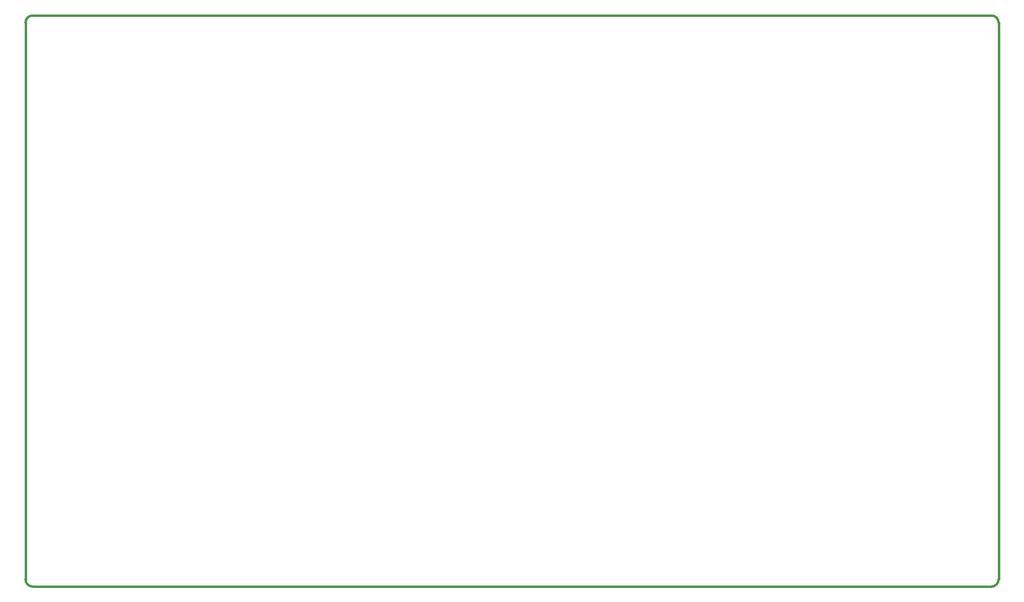
<source format=gbr>
G04 (created by PCBNEW (2013-07-07 BZR 4022)-stable) date 2/19/2015 7:57:59 AM*
%MOIN*%
G04 Gerber Fmt 3.4, Leading zero omitted, Abs format*
%FSLAX34Y34*%
G01*
G70*
G90*
G04 APERTURE LIST*
%ADD10C,0.00590551*%
%ADD11C,0.015*%
G04 APERTURE END LIST*
G54D10*
G54D11*
X86500Y-59435D02*
G75*
G03X87000Y-58935I0J500D01*
G74*
G01*
X20500Y-20065D02*
G75*
G03X20000Y-20565I0J-500D01*
G74*
G01*
X87000Y-20565D02*
G75*
G03X86500Y-20065I-500J0D01*
G74*
G01*
X20000Y-58935D02*
G75*
G03X20500Y-59435I500J0D01*
G74*
G01*
X20000Y-20565D02*
X20000Y-58935D01*
X20500Y-59435D02*
X86500Y-59435D01*
X86500Y-20065D02*
X20500Y-20065D01*
X87000Y-58935D02*
X87000Y-20565D01*
M02*

</source>
